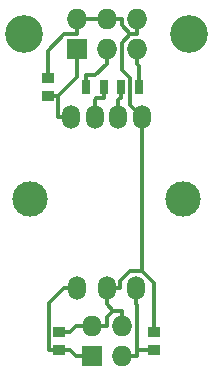
<source format=gtl>
%FSLAX34Y34*%
G04 Gerber Fmt 3.4, Leading zero omitted, Abs format*
G04 (created by PCBNEW (2014-04-07 BZR 4791)-product) date Mon 14 Apr 2014 04:16:44 PM CEST*
%MOIN*%
G01*
G70*
G90*
G04 APERTURE LIST*
%ADD10C,0.005906*%
%ADD11R,0.039400X0.035400*%
%ADD12R,0.025000X0.045000*%
%ADD13O,0.059055X0.078740*%
%ADD14C,0.118110*%
%ADD15R,0.068000X0.068000*%
%ADD16O,0.068000X0.068000*%
%ADD17C,0.126000*%
%ADD18C,0.011811*%
G04 APERTURE END LIST*
G54D10*
G54D11*
X60039Y-46358D03*
X60039Y-45766D03*
X56889Y-46358D03*
X56889Y-45766D03*
X56496Y-37894D03*
X56496Y-37302D03*
G54D12*
X58370Y-37598D03*
X57770Y-37598D03*
X58951Y-37598D03*
X59551Y-37598D03*
G54D13*
X59646Y-38584D03*
X58858Y-38584D03*
X58071Y-38584D03*
X57283Y-38584D03*
X57480Y-44292D03*
X58464Y-44292D03*
X59449Y-44292D03*
G54D14*
X55905Y-41340D03*
X61024Y-41340D03*
G54D15*
X57464Y-36326D03*
G54D16*
X57464Y-35326D03*
X58464Y-36326D03*
X58464Y-35326D03*
X59464Y-36326D03*
X59464Y-35326D03*
G54D17*
X61220Y-35826D03*
X55708Y-35826D03*
G54D15*
X57964Y-46562D03*
G54D16*
X57964Y-45562D03*
X58964Y-46562D03*
X58964Y-45562D03*
G54D18*
X59257Y-35825D02*
X59464Y-35825D01*
X59646Y-38584D02*
X59246Y-38184D01*
X59246Y-38184D02*
X59246Y-37300D01*
X59246Y-37300D02*
X58964Y-37018D01*
X58964Y-37018D02*
X58964Y-36119D01*
X58964Y-36119D02*
X59257Y-35825D01*
X59257Y-35825D02*
X58963Y-35531D01*
X58963Y-35531D02*
X58963Y-35326D01*
X58464Y-35326D02*
X58963Y-35326D01*
X59464Y-35326D02*
X59464Y-35825D01*
X59646Y-43731D02*
X59646Y-38584D01*
X58682Y-45063D02*
X58464Y-44845D01*
X58964Y-45063D02*
X58682Y-45063D01*
X58682Y-45063D02*
X58463Y-45283D01*
X58463Y-45283D02*
X58463Y-45562D01*
X57964Y-45562D02*
X58463Y-45562D01*
X56889Y-45767D02*
X57245Y-45767D01*
X57964Y-45562D02*
X57449Y-45562D01*
X57449Y-45562D02*
X57245Y-45767D01*
X58464Y-44292D02*
X58919Y-44292D01*
X59646Y-43731D02*
X60039Y-44124D01*
X60039Y-44124D02*
X60039Y-45767D01*
X58919Y-44292D02*
X58919Y-44065D01*
X58919Y-44065D02*
X59253Y-43731D01*
X59253Y-43731D02*
X59646Y-43731D01*
X58464Y-44491D02*
X58464Y-44292D01*
X58464Y-44491D02*
X58464Y-44845D01*
X58964Y-45562D02*
X58964Y-45063D01*
X57464Y-35326D02*
X57464Y-35825D01*
X57464Y-35825D02*
X57058Y-35825D01*
X57058Y-35825D02*
X56496Y-36388D01*
X56496Y-36388D02*
X56496Y-37302D01*
X58464Y-35326D02*
X57464Y-35326D01*
X58964Y-46562D02*
X59463Y-46562D01*
X59479Y-46358D02*
X59683Y-46358D01*
X59463Y-46562D02*
X59463Y-46374D01*
X59463Y-46374D02*
X59479Y-46358D01*
X59449Y-44845D02*
X59479Y-44875D01*
X59479Y-44875D02*
X59479Y-46358D01*
X59449Y-44292D02*
X59449Y-44845D01*
X60039Y-46358D02*
X59683Y-46358D01*
X56889Y-46358D02*
X56533Y-46358D01*
X57480Y-44292D02*
X57026Y-44292D01*
X57026Y-44292D02*
X56533Y-44785D01*
X56533Y-44785D02*
X56533Y-46358D01*
X56889Y-46358D02*
X57245Y-46358D01*
X57964Y-46562D02*
X57449Y-46562D01*
X57449Y-46562D02*
X57245Y-46358D01*
X57283Y-38584D02*
X56829Y-38584D01*
X56829Y-38584D02*
X56829Y-38297D01*
X56829Y-38297D02*
X56852Y-38274D01*
X56852Y-38274D02*
X56852Y-37894D01*
X56496Y-37894D02*
X56852Y-37894D01*
X57464Y-36326D02*
X57464Y-37282D01*
X57464Y-37282D02*
X56852Y-37894D01*
X58370Y-37598D02*
X58370Y-37982D01*
X58071Y-38584D02*
X58071Y-38031D01*
X58071Y-38031D02*
X58120Y-37982D01*
X58120Y-37982D02*
X58370Y-37982D01*
X58951Y-37598D02*
X58951Y-37982D01*
X58858Y-38584D02*
X58858Y-38031D01*
X58858Y-38031D02*
X58907Y-37982D01*
X58907Y-37982D02*
X58951Y-37982D01*
X57770Y-37598D02*
X57770Y-37214D01*
X58464Y-36326D02*
X58464Y-36825D01*
X58464Y-36825D02*
X58076Y-37214D01*
X58076Y-37214D02*
X57770Y-37214D01*
X59464Y-36326D02*
X59464Y-36825D01*
X59464Y-36825D02*
X59551Y-36913D01*
X59551Y-36913D02*
X59551Y-37598D01*
M02*

</source>
